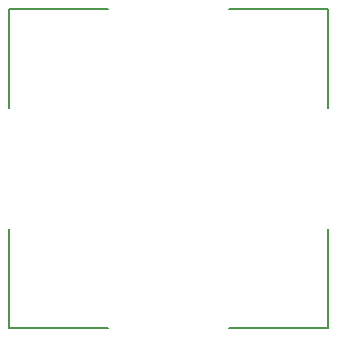
<source format=gbo>
G04 #@! TF.GenerationSoftware,KiCad,Pcbnew,9.0.3*
G04 #@! TF.CreationDate,2025-07-24T21:09:00-07:00*
G04 #@! TF.ProjectId,kikard,6b696b61-7264-42e6-9b69-6361645f7063,rev?*
G04 #@! TF.SameCoordinates,Original*
G04 #@! TF.FileFunction,Legend,Bot*
G04 #@! TF.FilePolarity,Positive*
%FSLAX46Y46*%
G04 Gerber Fmt 4.6, Leading zero omitted, Abs format (unit mm)*
G04 Created by KiCad (PCBNEW 9.0.3) date 2025-07-24 21:09:00*
%MOMM*%
%LPD*%
G01*
G04 APERTURE LIST*
%ADD10C,0.150000*%
%ADD11C,5.000000*%
%ADD12C,0.400000*%
%ADD13C,0.650000*%
%ADD14O,1.000000X2.100000*%
%ADD15O,1.000000X1.800000*%
%ADD16C,0.500000*%
%ADD17C,0.250000*%
G04 APERTURE END LIST*
D10*
X136500000Y-65000000D02*
X136500000Y-73400000D01*
X136500000Y-65000000D02*
X144900000Y-65000000D01*
X136500000Y-92000000D02*
X136500000Y-83600000D01*
X136500000Y-92000000D02*
X144900000Y-92000000D01*
X163500000Y-65000000D02*
X155100000Y-65000000D01*
X163500000Y-65000000D02*
X163500000Y-73400000D01*
X163500000Y-92000000D02*
X155100000Y-92000000D01*
X163500000Y-92000000D02*
X163500000Y-83600000D01*
%LPC*%
D11*
X167000000Y-132000000D03*
D12*
X137700000Y-90800000D03*
X144700000Y-84800000D03*
D11*
X133000000Y-68000000D03*
D13*
X147110000Y-128615000D03*
X152890000Y-128615000D03*
D14*
X145680000Y-128115000D03*
X154320000Y-128115000D03*
D15*
X145680000Y-132265000D03*
X154320000Y-132265000D03*
D11*
X167000000Y-68000000D03*
X133000000Y-132000000D03*
D16*
X161500000Y-101500000D03*
X160200000Y-102400000D03*
D17*
X148200000Y-109850000D03*
X147700000Y-115350000D03*
X146950000Y-111100000D03*
X152450000Y-110600000D03*
X146450000Y-110350000D03*
X152450000Y-111600000D03*
X149700000Y-115350000D03*
X148450000Y-115850000D03*
X146450000Y-112850000D03*
X152450000Y-113600000D03*
X152450000Y-113100000D03*
X151700000Y-115350000D03*
X150700000Y-115350000D03*
X149200000Y-115350000D03*
X148700000Y-115350000D03*
X151200000Y-115350000D03*
%LPD*%
M02*

</source>
